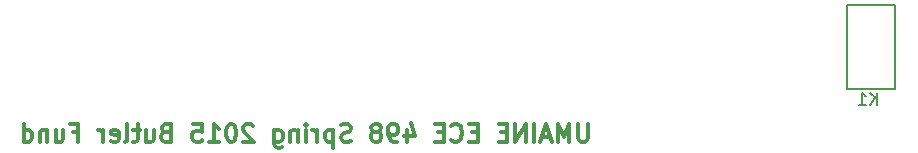
<source format=gbo>
%FSLAX46Y46*%
G04 Gerber Fmt 4.6, Leading zero omitted, Abs format (unit mm)*
G04 Created by KiCad (PCBNEW (2014-jul-16 BZR unknown)-product) date Thu 26 Feb 2015 11:02:22 PM EST*
%MOMM*%
G01*
G04 APERTURE LIST*
%ADD10C,0.100000*%
%ADD11C,0.300000*%
%ADD12C,0.150000*%
G04 APERTURE END LIST*
D10*
D11*
X166767855Y-83887571D02*
X166767855Y-85101857D01*
X166696427Y-85244714D01*
X166624998Y-85316143D01*
X166482141Y-85387571D01*
X166196427Y-85387571D01*
X166053569Y-85316143D01*
X165982141Y-85244714D01*
X165910712Y-85101857D01*
X165910712Y-83887571D01*
X165196426Y-85387571D02*
X165196426Y-83887571D01*
X164696426Y-84959000D01*
X164196426Y-83887571D01*
X164196426Y-85387571D01*
X163553569Y-84959000D02*
X162839283Y-84959000D01*
X163696426Y-85387571D02*
X163196426Y-83887571D01*
X162696426Y-85387571D01*
X162196426Y-85387571D02*
X162196426Y-83887571D01*
X161482140Y-85387571D02*
X161482140Y-83887571D01*
X160624997Y-85387571D01*
X160624997Y-83887571D01*
X159910711Y-84601857D02*
X159410711Y-84601857D01*
X159196425Y-85387571D02*
X159910711Y-85387571D01*
X159910711Y-83887571D01*
X159196425Y-83887571D01*
X157410711Y-84601857D02*
X156910711Y-84601857D01*
X156696425Y-85387571D02*
X157410711Y-85387571D01*
X157410711Y-83887571D01*
X156696425Y-83887571D01*
X155196425Y-85244714D02*
X155267854Y-85316143D01*
X155482140Y-85387571D01*
X155624997Y-85387571D01*
X155839282Y-85316143D01*
X155982140Y-85173286D01*
X156053568Y-85030429D01*
X156124997Y-84744714D01*
X156124997Y-84530429D01*
X156053568Y-84244714D01*
X155982140Y-84101857D01*
X155839282Y-83959000D01*
X155624997Y-83887571D01*
X155482140Y-83887571D01*
X155267854Y-83959000D01*
X155196425Y-84030429D01*
X154553568Y-84601857D02*
X154053568Y-84601857D01*
X153839282Y-85387571D02*
X154553568Y-85387571D01*
X154553568Y-83887571D01*
X153839282Y-83887571D01*
X151410711Y-84387571D02*
X151410711Y-85387571D01*
X151767854Y-83816143D02*
X152124997Y-84887571D01*
X151196425Y-84887571D01*
X150553569Y-85387571D02*
X150267854Y-85387571D01*
X150124997Y-85316143D01*
X150053569Y-85244714D01*
X149910711Y-85030429D01*
X149839283Y-84744714D01*
X149839283Y-84173286D01*
X149910711Y-84030429D01*
X149982140Y-83959000D01*
X150124997Y-83887571D01*
X150410711Y-83887571D01*
X150553569Y-83959000D01*
X150624997Y-84030429D01*
X150696426Y-84173286D01*
X150696426Y-84530429D01*
X150624997Y-84673286D01*
X150553569Y-84744714D01*
X150410711Y-84816143D01*
X150124997Y-84816143D01*
X149982140Y-84744714D01*
X149910711Y-84673286D01*
X149839283Y-84530429D01*
X148982140Y-84530429D02*
X149124998Y-84459000D01*
X149196426Y-84387571D01*
X149267855Y-84244714D01*
X149267855Y-84173286D01*
X149196426Y-84030429D01*
X149124998Y-83959000D01*
X148982140Y-83887571D01*
X148696426Y-83887571D01*
X148553569Y-83959000D01*
X148482140Y-84030429D01*
X148410712Y-84173286D01*
X148410712Y-84244714D01*
X148482140Y-84387571D01*
X148553569Y-84459000D01*
X148696426Y-84530429D01*
X148982140Y-84530429D01*
X149124998Y-84601857D01*
X149196426Y-84673286D01*
X149267855Y-84816143D01*
X149267855Y-85101857D01*
X149196426Y-85244714D01*
X149124998Y-85316143D01*
X148982140Y-85387571D01*
X148696426Y-85387571D01*
X148553569Y-85316143D01*
X148482140Y-85244714D01*
X148410712Y-85101857D01*
X148410712Y-84816143D01*
X148482140Y-84673286D01*
X148553569Y-84601857D01*
X148696426Y-84530429D01*
X146696427Y-85316143D02*
X146482141Y-85387571D01*
X146124998Y-85387571D01*
X145982141Y-85316143D01*
X145910712Y-85244714D01*
X145839284Y-85101857D01*
X145839284Y-84959000D01*
X145910712Y-84816143D01*
X145982141Y-84744714D01*
X146124998Y-84673286D01*
X146410712Y-84601857D01*
X146553570Y-84530429D01*
X146624998Y-84459000D01*
X146696427Y-84316143D01*
X146696427Y-84173286D01*
X146624998Y-84030429D01*
X146553570Y-83959000D01*
X146410712Y-83887571D01*
X146053570Y-83887571D01*
X145839284Y-83959000D01*
X145196427Y-84387571D02*
X145196427Y-85887571D01*
X145196427Y-84459000D02*
X145053570Y-84387571D01*
X144767856Y-84387571D01*
X144624999Y-84459000D01*
X144553570Y-84530429D01*
X144482141Y-84673286D01*
X144482141Y-85101857D01*
X144553570Y-85244714D01*
X144624999Y-85316143D01*
X144767856Y-85387571D01*
X145053570Y-85387571D01*
X145196427Y-85316143D01*
X143839284Y-85387571D02*
X143839284Y-84387571D01*
X143839284Y-84673286D02*
X143767856Y-84530429D01*
X143696427Y-84459000D01*
X143553570Y-84387571D01*
X143410713Y-84387571D01*
X142910713Y-85387571D02*
X142910713Y-84387571D01*
X142910713Y-83887571D02*
X142982142Y-83959000D01*
X142910713Y-84030429D01*
X142839285Y-83959000D01*
X142910713Y-83887571D01*
X142910713Y-84030429D01*
X142196427Y-84387571D02*
X142196427Y-85387571D01*
X142196427Y-84530429D02*
X142124999Y-84459000D01*
X141982141Y-84387571D01*
X141767856Y-84387571D01*
X141624999Y-84459000D01*
X141553570Y-84601857D01*
X141553570Y-85387571D01*
X140196427Y-84387571D02*
X140196427Y-85601857D01*
X140267856Y-85744714D01*
X140339284Y-85816143D01*
X140482141Y-85887571D01*
X140696427Y-85887571D01*
X140839284Y-85816143D01*
X140196427Y-85316143D02*
X140339284Y-85387571D01*
X140624998Y-85387571D01*
X140767856Y-85316143D01*
X140839284Y-85244714D01*
X140910713Y-85101857D01*
X140910713Y-84673286D01*
X140839284Y-84530429D01*
X140767856Y-84459000D01*
X140624998Y-84387571D01*
X140339284Y-84387571D01*
X140196427Y-84459000D01*
X138410713Y-84030429D02*
X138339284Y-83959000D01*
X138196427Y-83887571D01*
X137839284Y-83887571D01*
X137696427Y-83959000D01*
X137624998Y-84030429D01*
X137553570Y-84173286D01*
X137553570Y-84316143D01*
X137624998Y-84530429D01*
X138482141Y-85387571D01*
X137553570Y-85387571D01*
X136624999Y-83887571D02*
X136482142Y-83887571D01*
X136339285Y-83959000D01*
X136267856Y-84030429D01*
X136196427Y-84173286D01*
X136124999Y-84459000D01*
X136124999Y-84816143D01*
X136196427Y-85101857D01*
X136267856Y-85244714D01*
X136339285Y-85316143D01*
X136482142Y-85387571D01*
X136624999Y-85387571D01*
X136767856Y-85316143D01*
X136839285Y-85244714D01*
X136910713Y-85101857D01*
X136982142Y-84816143D01*
X136982142Y-84459000D01*
X136910713Y-84173286D01*
X136839285Y-84030429D01*
X136767856Y-83959000D01*
X136624999Y-83887571D01*
X134696428Y-85387571D02*
X135553571Y-85387571D01*
X135124999Y-85387571D02*
X135124999Y-83887571D01*
X135267856Y-84101857D01*
X135410714Y-84244714D01*
X135553571Y-84316143D01*
X133339285Y-83887571D02*
X134053571Y-83887571D01*
X134125000Y-84601857D01*
X134053571Y-84530429D01*
X133910714Y-84459000D01*
X133553571Y-84459000D01*
X133410714Y-84530429D01*
X133339285Y-84601857D01*
X133267857Y-84744714D01*
X133267857Y-85101857D01*
X133339285Y-85244714D01*
X133410714Y-85316143D01*
X133553571Y-85387571D01*
X133910714Y-85387571D01*
X134053571Y-85316143D01*
X134125000Y-85244714D01*
X130982143Y-84601857D02*
X130767857Y-84673286D01*
X130696429Y-84744714D01*
X130625000Y-84887571D01*
X130625000Y-85101857D01*
X130696429Y-85244714D01*
X130767857Y-85316143D01*
X130910715Y-85387571D01*
X131482143Y-85387571D01*
X131482143Y-83887571D01*
X130982143Y-83887571D01*
X130839286Y-83959000D01*
X130767857Y-84030429D01*
X130696429Y-84173286D01*
X130696429Y-84316143D01*
X130767857Y-84459000D01*
X130839286Y-84530429D01*
X130982143Y-84601857D01*
X131482143Y-84601857D01*
X129339286Y-84387571D02*
X129339286Y-85387571D01*
X129982143Y-84387571D02*
X129982143Y-85173286D01*
X129910715Y-85316143D01*
X129767857Y-85387571D01*
X129553572Y-85387571D01*
X129410715Y-85316143D01*
X129339286Y-85244714D01*
X128839286Y-84387571D02*
X128267857Y-84387571D01*
X128625000Y-83887571D02*
X128625000Y-85173286D01*
X128553572Y-85316143D01*
X128410714Y-85387571D01*
X128267857Y-85387571D01*
X127553571Y-85387571D02*
X127696429Y-85316143D01*
X127767857Y-85173286D01*
X127767857Y-83887571D01*
X126410715Y-85316143D02*
X126553572Y-85387571D01*
X126839286Y-85387571D01*
X126982143Y-85316143D01*
X127053572Y-85173286D01*
X127053572Y-84601857D01*
X126982143Y-84459000D01*
X126839286Y-84387571D01*
X126553572Y-84387571D01*
X126410715Y-84459000D01*
X126339286Y-84601857D01*
X126339286Y-84744714D01*
X127053572Y-84887571D01*
X125696429Y-85387571D02*
X125696429Y-84387571D01*
X125696429Y-84673286D02*
X125625001Y-84530429D01*
X125553572Y-84459000D01*
X125410715Y-84387571D01*
X125267858Y-84387571D01*
X123125001Y-84601857D02*
X123625001Y-84601857D01*
X123625001Y-85387571D02*
X123625001Y-83887571D01*
X122910715Y-83887571D01*
X121696430Y-84387571D02*
X121696430Y-85387571D01*
X122339287Y-84387571D02*
X122339287Y-85173286D01*
X122267859Y-85316143D01*
X122125001Y-85387571D01*
X121910716Y-85387571D01*
X121767859Y-85316143D01*
X121696430Y-85244714D01*
X120982144Y-84387571D02*
X120982144Y-85387571D01*
X120982144Y-84530429D02*
X120910716Y-84459000D01*
X120767858Y-84387571D01*
X120553573Y-84387571D01*
X120410716Y-84459000D01*
X120339287Y-84601857D01*
X120339287Y-85387571D01*
X118982144Y-85387571D02*
X118982144Y-83887571D01*
X118982144Y-85316143D02*
X119125001Y-85387571D01*
X119410715Y-85387571D01*
X119553573Y-85316143D01*
X119625001Y-85244714D01*
X119696430Y-85101857D01*
X119696430Y-84673286D01*
X119625001Y-84530429D01*
X119553573Y-84459000D01*
X119410715Y-84387571D01*
X119125001Y-84387571D01*
X118982144Y-84459000D01*
D12*
X188722000Y-80899000D02*
X192786000Y-80899000D01*
X192786000Y-80899000D02*
X192786000Y-73787000D01*
X192786000Y-73787000D02*
X188722000Y-73787000D01*
X188722000Y-73787000D02*
X188722000Y-80899000D01*
X191238095Y-82240381D02*
X191238095Y-81240381D01*
X190666666Y-82240381D02*
X191095238Y-81668952D01*
X190666666Y-81240381D02*
X191238095Y-81811810D01*
X189714285Y-82240381D02*
X190285714Y-82240381D01*
X190000000Y-82240381D02*
X190000000Y-81240381D01*
X190095238Y-81383238D01*
X190190476Y-81478476D01*
X190285714Y-81526095D01*
M02*

</source>
